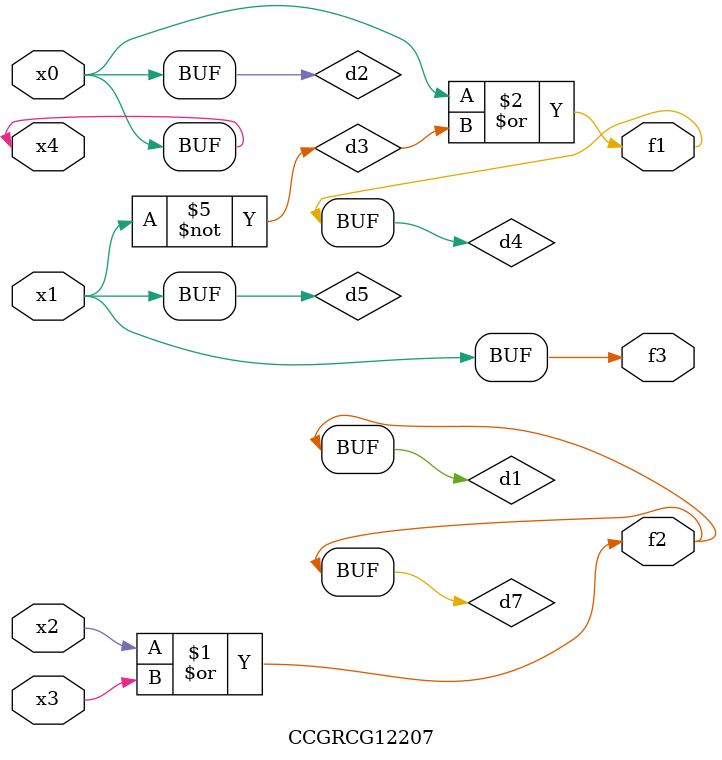
<source format=v>
module CCGRCG12207(
	input x0, x1, x2, x3, x4,
	output f1, f2, f3
);

	wire d1, d2, d3, d4, d5, d6, d7;

	or (d1, x2, x3);
	buf (d2, x0, x4);
	not (d3, x1);
	or (d4, d2, d3);
	not (d5, d3);
	nand (d6, d1, d3);
	or (d7, d1);
	assign f1 = d4;
	assign f2 = d7;
	assign f3 = d5;
endmodule

</source>
